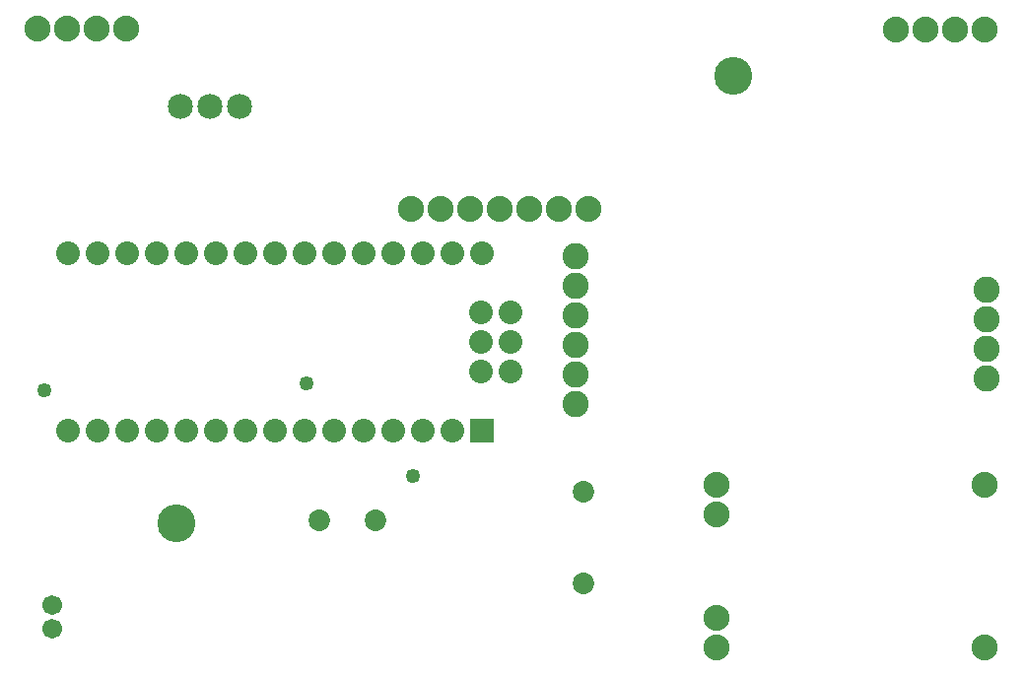
<source format=gts>
G04 MADE WITH FRITZING*
G04 WWW.FRITZING.ORG*
G04 DOUBLE SIDED*
G04 HOLES PLATED*
G04 CONTOUR ON CENTER OF CONTOUR VECTOR*
%ASAXBY*%
%FSLAX23Y23*%
%MOIN*%
%OFA0B0*%
%SFA1.0B1.0*%
%ADD10C,0.072992*%
%ADD11C,0.049370*%
%ADD12C,0.080000*%
%ADD13C,0.088000*%
%ADD14C,0.085000*%
%ADD15C,0.088861*%
%ADD16C,0.088833*%
%ADD17C,0.074972*%
%ADD18C,0.074944*%
%ADD19C,0.067000*%
%ADD20C,0.128110*%
%ADD21R,0.080000X0.079958*%
%LNMASK1*%
G90*
G70*
G54D10*
X1207Y501D03*
X1017Y499D03*
X1909Y286D03*
X1909Y596D03*
G54D11*
X972Y962D03*
X1332Y650D03*
X84Y938D03*
G54D12*
X1567Y804D03*
X1467Y804D03*
X1367Y804D03*
X1267Y804D03*
X1167Y804D03*
X1067Y804D03*
X967Y804D03*
X867Y804D03*
X767Y804D03*
X667Y804D03*
X567Y804D03*
X467Y804D03*
X367Y804D03*
X267Y804D03*
X167Y804D03*
X1567Y1404D03*
X1467Y1404D03*
X1367Y1404D03*
X1267Y1404D03*
X1167Y1404D03*
X1067Y1404D03*
X967Y1404D03*
X867Y1404D03*
X767Y1404D03*
X667Y1404D03*
X567Y1404D03*
X467Y1404D03*
X367Y1404D03*
X267Y1404D03*
X167Y1404D03*
X1662Y1004D03*
X1563Y1004D03*
X1662Y1104D03*
X1563Y1104D03*
X1662Y1204D03*
X1563Y1204D03*
X1567Y804D03*
X1467Y804D03*
X1367Y804D03*
X1267Y804D03*
X1167Y804D03*
X1067Y804D03*
X967Y804D03*
X867Y804D03*
X767Y804D03*
X667Y804D03*
X567Y804D03*
X467Y804D03*
X367Y804D03*
X267Y804D03*
X167Y804D03*
X1567Y1404D03*
X1467Y1404D03*
X1367Y1404D03*
X1267Y1404D03*
X1167Y1404D03*
X1067Y1404D03*
X967Y1404D03*
X867Y1404D03*
X767Y1404D03*
X667Y1404D03*
X567Y1404D03*
X467Y1404D03*
X367Y1404D03*
X267Y1404D03*
X167Y1404D03*
X1662Y1004D03*
X1563Y1004D03*
X1662Y1104D03*
X1563Y1104D03*
X1662Y1204D03*
X1563Y1204D03*
G54D13*
X3267Y620D03*
X3267Y68D03*
X2358Y620D03*
X2358Y519D03*
X2358Y168D03*
X2358Y68D03*
X3267Y620D03*
X3267Y68D03*
X2358Y620D03*
X2358Y519D03*
X2358Y168D03*
X2358Y68D03*
G54D14*
X745Y1899D03*
X645Y1899D03*
X545Y1899D03*
G54D15*
X1881Y1394D03*
X1881Y1294D03*
X1881Y1194D03*
X1881Y1094D03*
X1881Y994D03*
X1881Y894D03*
G54D16*
X3271Y1278D03*
X3271Y1178D03*
X3271Y1078D03*
X3271Y978D03*
G54D17*
X1881Y1394D03*
X1881Y1294D03*
X1881Y1194D03*
X1881Y1094D03*
X1881Y994D03*
X1881Y894D03*
G54D18*
X3271Y1278D03*
X3271Y1178D03*
X3271Y1078D03*
X3271Y978D03*
G54D13*
X1926Y1553D03*
X1826Y1553D03*
X1726Y1553D03*
X1626Y1553D03*
X1526Y1553D03*
X1426Y1553D03*
X1326Y1553D03*
G54D19*
X112Y133D03*
X112Y212D03*
X112Y133D03*
X112Y212D03*
X112Y133D03*
X112Y212D03*
G54D13*
X362Y2162D03*
X262Y2162D03*
X162Y2162D03*
X62Y2162D03*
X362Y2162D03*
X262Y2162D03*
X162Y2162D03*
X62Y2162D03*
X3267Y2160D03*
X3167Y2160D03*
X3067Y2160D03*
X2967Y2160D03*
X3267Y2160D03*
X3167Y2160D03*
X3067Y2160D03*
X2967Y2160D03*
G54D20*
X531Y490D03*
X2415Y2002D03*
G54D21*
X1567Y804D03*
X1567Y804D03*
G04 End of Mask1*
M02*
</source>
